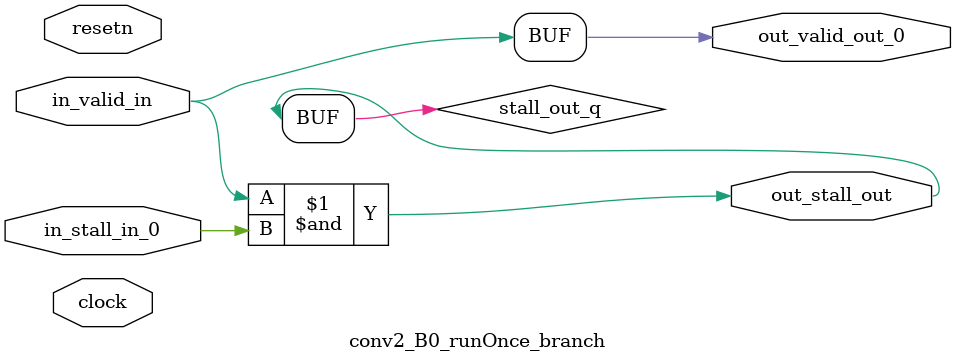
<source format=sv>



(* altera_attribute = "-name AUTO_SHIFT_REGISTER_RECOGNITION OFF; -name MESSAGE_DISABLE 10036; -name MESSAGE_DISABLE 10037; -name MESSAGE_DISABLE 14130; -name MESSAGE_DISABLE 14320; -name MESSAGE_DISABLE 15400; -name MESSAGE_DISABLE 14130; -name MESSAGE_DISABLE 10036; -name MESSAGE_DISABLE 12020; -name MESSAGE_DISABLE 12030; -name MESSAGE_DISABLE 12010; -name MESSAGE_DISABLE 12110; -name MESSAGE_DISABLE 14320; -name MESSAGE_DISABLE 13410; -name MESSAGE_DISABLE 113007; -name MESSAGE_DISABLE 10958" *)
module conv2_B0_runOnce_branch (
    input wire [0:0] in_stall_in_0,
    input wire [0:0] in_valid_in,
    output wire [0:0] out_stall_out,
    output wire [0:0] out_valid_out_0,
    input wire clock,
    input wire resetn
    );

    wire [0:0] stall_out_q;


    // stall_out(LOGICAL,6)
    assign stall_out_q = in_valid_in & in_stall_in_0;

    // out_stall_out(GPOUT,4)
    assign out_stall_out = stall_out_q;

    // out_valid_out_0(GPOUT,5)
    assign out_valid_out_0 = in_valid_in;

endmodule

</source>
